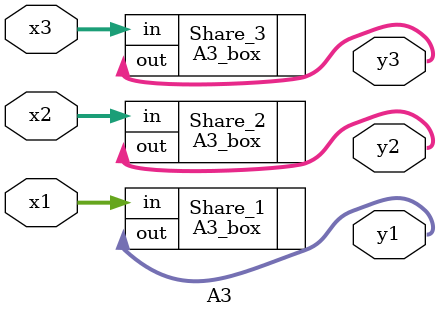
<source format=v>

module A3(
	input wire [3:0] x1,
	input wire [3:0] x2,
	input wire [3:0] x3,
	output wire [3:0] y1,
	output wire [3:0] y2,
	output wire [3:0] y3
);

	A3_box Share_1 (.in(x1),.out(y1));	
	A3_box Share_2 (.in(x2),.out(y2));	
	A3_box Share_3 (.in(x3),.out(y3));

endmodule

</source>
